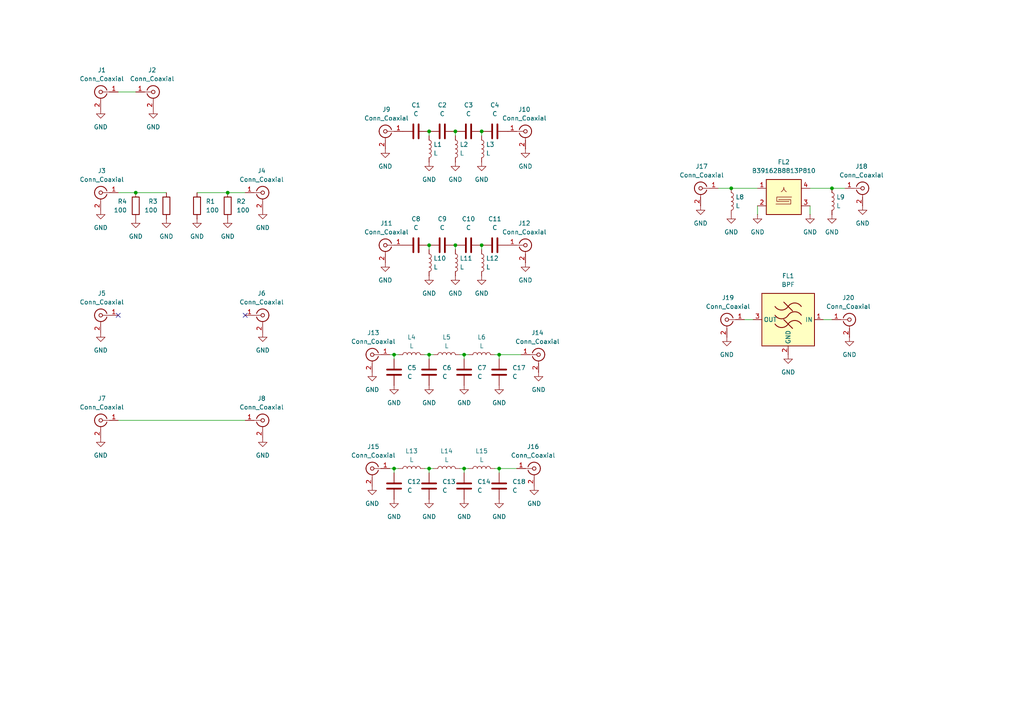
<source format=kicad_sch>
(kicad_sch (version 20231120) (generator "eeschema") (generator_version "8.0")
  (paper "A4")
  (title_block (title "${TITLE}") (date "${DATE}") (rev "${VERSION}") (company "${COPYRIGHT}") (comment 1 "${LICENSE}"))
  (lib_symbols
    (symbol "Connector:Conn_Coaxial" (pin_names (offset 1.016) hide)
      (property "Reference" "J" (at 0.254 3.048 0))
      (property "Value" "Conn_Coaxial" (at 2.921 0 90))
      (symbol "Conn_Coaxial_0_1"
        (arc (start -1.778 -0.508) (mid 0.2311 -1.8066) (end 1.778 0) (stroke (width 0.254)))
        (polyline (pts (xy -2.54 0) (xy -0.508 0)))
        (polyline (pts (xy 0 -2.54) (xy 0 -1.778)))
        (circle (center 0 0) (radius 0.508) (stroke (width 0.2032)))
        (arc (start 1.778 0) (mid 0.2099 1.8101) (end -1.778 0.508) (stroke (width 0.254)))
      )
      (symbol "Conn_Coaxial_1_1"
        (pin passive line (at -5.08 0 0) (length 2.54) (name "In") (number "1"))
        (pin passive line (at 0 -5.08 90) (length 2.54) (name "Ext") (number "2"))
      )
    )
    (symbol "Device:C" (pin_numbers hide) (pin_names (offset 0.254))
      (property "Reference" "C" (at 0.635 2.54 0))
      (property "Value" "C" (at 0.635 -2.54 0))
      (symbol "C_0_1"
        (polyline (pts (xy -2.032 -0.762) (xy 2.032 -0.762)) (stroke (width 0.508)))
        (polyline (pts (xy -2.032 0.762) (xy 2.032 0.762)) (stroke (width 0.508)))
      )
      (symbol "C_1_1"
        (pin passive line (at 0 3.81 270) (length 2.794) (name "~") (number "1"))
        (pin passive line (at 0 -3.81 90) (length 2.794) (name "~") (number "2"))
      )
    )
    (symbol "Device:L" (pin_numbers hide) (pin_names (offset 1.016) hide)
      (property "Reference" "L" (at -1.27 0 90))
      (property "Value" "L" (at 1.905 0 90))
      (symbol "L_0_1"
        (arc (start 0 -2.54) (mid 0.6323 -1.905) (end 0 -1.27))
        (arc (start 0 -1.27) (mid 0.6323 -0.635) (end 0 0))
        (arc (start 0 0) (mid 0.6323 0.635) (end 0 1.27))
        (arc (start 0 1.27) (mid 0.6323 1.905) (end 0 2.54))
      )
      (symbol "L_1_1"
        (pin passive line (at 0 3.81 270) (length 1.27) (name "1") (number "1"))
        (pin passive line (at 0 -3.81 90) (length 1.27) (name "2") (number "2"))
      )
    )
    (symbol "Device:R" (pin_numbers hide) (pin_names (offset 0))
      (property "Reference" "R" (at 2.032 0 90))
      (property "Value" "R" (at 0 0 90))
      (symbol "R_0_1"
        (rectangle (start -1.016 -2.54) (end 1.016 2.54) (stroke (width 0.254)))
      )
      (symbol "R_1_1"
        (pin passive line (at 0 3.81 270) (length 1.27) (name "~") (number "1"))
        (pin passive line (at 0 -3.81 90) (length 1.27) (name "~") (number "2"))
      )
    )
    (symbol "Filter:B39162B8813P810" (pin_names (offset 1.016))
      (property "Reference" "FL" (at 2.54 -6.35 0))
      (property "Value" "B39162B8813P810" (at 0 6.35 0))
      (symbol "B39162B8813P810_0_1"
        (rectangle (start -5.08 5.08) (end 5.08 -5.08) (stroke (width 0.254)) (fill (type background)))
        (arc (start -0.762 1.524) (mid -0.1988 2.0511) (end 0 2.794))
        (polyline (pts (xy -1.524 -0.762) (xy -1.27 -0.762)))
        (polyline (pts (xy 1.524 -1.27) (xy -1.524 -1.27)))
        (polyline (pts (xy 1.524 -0.762) (xy -1.27 -0.762)))
        (polyline (pts (xy -1.524 -1.27) (xy -2.032 -1.27) (xy -2.032 0) (xy 2.286 0)))
        (polyline (pts (xy 1.524 -0.762) (xy 2.032 -0.762) (xy 2.032 -2.032) (xy -2.286 -2.032)))
        (arc (start 0 2.794) (mid 0.2065 2.0558) (end 0.762 1.524))
      )
      (symbol "B39162B8813P810_1_1"
        (pin passive line (at -7.62 2.54 0) (length 2.54) (name "~") (number "1"))
        (pin passive line (at -7.62 -2.54 0) (length 2.54) (name "~") (number "2"))
        (pin passive line (at 7.62 -2.54 180) (length 2.54) (name "~") (number "3"))
        (pin passive line (at 7.62 2.54 180) (length 2.54) (name "~") (number "4"))
        (pin passive line (at -7.62 -2.54 0) (length 2.54) hide (name "~") (number "5"))
      )
    )
    (symbol "RF_Filter:BFCN-1445"
      (property "Reference" "FL" (at 0 10.795 0))
      (property "Value" "BFCN-1445" (at 0 8.89 0))
      (symbol "BFCN-1445_0_1"
        (rectangle (start -7.62 7.62) (end 7.62 -7.62) (stroke (width 0.254)) (fill (type background)))
        (arc (start 0 -1.27) (mid -1.905 -0.2505) (end -3.81 -1.27) (stroke (width 0.254)))
        (arc (start 0 -1.27) (mid 1.905 -2.2895) (end 3.81 -1.27) (stroke (width 0.254)))
        (polyline (pts (xy -1.27 -2.54) (xy 1.27 0)) (stroke (width 0.254)))
        (polyline (pts (xy -1.27 2.54) (xy 1.27 5.08)) (stroke (width 0.254)))
        (arc (start 0 1.27) (mid -1.905 2.2895) (end -3.81 1.27) (stroke (width 0.254)))
        (arc (start 0 1.27) (mid 1.905 0.2505) (end 3.81 1.27) (stroke (width 0.254)))
        (arc (start 0 3.81) (mid -1.905 4.8295) (end -3.81 3.81) (stroke (width 0.254)))
        (arc (start 0 3.81) (mid 1.905 2.7905) (end 3.81 3.81) (stroke (width 0.254)))
      )
      (symbol "BFCN-1445_1_1"
        (pin passive line (at -10.16 0 0) (length 2.54) (name "IN") (number "1"))
        (pin passive line (at 0 -10.16 90) (length 2.54) (name "GND") (number "2"))
        (pin passive line (at 10.16 0 180) (length 2.54) (name "OUT") (number "3"))
        (pin passive line (at 0 -10.16 90) (length 2.54) hide (name "GND") (number "4"))
      )
    )
    (symbol "power:GND" (power) (pin_numbers hide) (pin_names (offset 0) hide)
      (property "Value" "GND" (at 0 -3.81 0))
      (symbol "GND_0_1"
        (polyline (pts (xy 0 0) (xy 0 -1.27) (xy 1.27 -1.27) (xy 0 -2.54) (xy -1.27 -1.27) (xy 0 -1.27)))
      )
      (symbol "GND_1_1"
        (pin power_in line (at 0 0 270) (length 0) (name "~") (number "1"))
      )
    )
  )
  (junction (at 124.46 135.89))
  (junction (at 144.78 102.87))
  (junction (at 139.7 38.1))
  (junction (at 66.04 55.88))
  (junction (at 124.46 102.87))
  (junction (at 134.62 102.87))
  (junction (at 124.46 71.12))
  (junction (at 139.7 71.12))
  (junction (at 39.37 55.88))
  (junction (at 114.3 102.87))
  (junction (at 132.08 38.1))
  (junction (at 212.09 54.61))
  (junction (at 124.46 38.1))
  (junction (at 132.08 71.12))
  (junction (at 134.62 135.89))
  (junction (at 144.78 135.89))
  (junction (at 114.3 135.89))
  (junction (at 241.3 54.61))
  (no_connect (at 34.29 91.44))
  (no_connect (at 71.12 91.44))
  (wire (pts (xy 238.76 92.71) (xy 241.3 92.71)))
  (wire (pts (xy 215.9 92.71) (xy 218.44 92.71)))
  (wire (pts (xy 132.08 39.37) (xy 132.08 38.1)))
  (wire (pts (xy 134.62 135.89) (xy 133.35 135.89)))
  (wire (pts (xy 123.19 102.87) (xy 124.46 102.87)))
  (wire (pts (xy 135.89 135.89) (xy 134.62 135.89)))
  (wire (pts (xy 134.62 137.16) (xy 134.62 135.89)))
  (wire (pts (xy 151.13 102.87) (xy 144.78 102.87)))
  (wire (pts (xy 113.03 135.89) (xy 114.3 135.89)))
  (wire (pts (xy 134.62 104.14) (xy 134.62 102.87)))
  (wire (pts (xy 212.09 54.61) (xy 219.71 54.61)))
  (wire (pts (xy 149.86 135.89) (xy 144.78 135.89)))
  (wire (pts (xy 241.3 54.61) (xy 245.11 54.61)))
  (wire (pts (xy 113.03 102.87) (xy 114.3 102.87)))
  (wire (pts (xy 114.3 102.87) (xy 114.3 104.14)))
  (wire (pts (xy 132.08 72.39) (xy 132.08 71.12)))
  (wire (pts (xy 134.62 102.87) (xy 133.35 102.87)))
  (wire (pts (xy 39.37 55.88) (xy 34.29 55.88)))
  (wire (pts (xy 123.19 135.89) (xy 124.46 135.89)))
  (wire (pts (xy 48.26 55.88) (xy 39.37 55.88)))
  (wire (pts (xy 57.15 55.88) (xy 66.04 55.88)))
  (wire (pts (xy 124.46 104.14) (xy 124.46 102.87)))
  (wire (pts (xy 34.29 121.92) (xy 71.12 121.92)))
  (wire (pts (xy 219.71 59.69) (xy 219.71 62.23)))
  (wire (pts (xy 66.04 55.88) (xy 71.12 55.88)))
  (wire (pts (xy 208.28 54.61) (xy 212.09 54.61)))
  (wire (pts (xy 125.73 102.87) (xy 124.46 102.87)))
  (wire (pts (xy 114.3 102.87) (xy 115.57 102.87)))
  (wire (pts (xy 144.78 102.87) (xy 143.51 102.87)))
  (wire (pts (xy 234.95 54.61) (xy 241.3 54.61)))
  (wire (pts (xy 144.78 137.16) (xy 144.78 135.89)))
  (wire (pts (xy 125.73 135.89) (xy 124.46 135.89)))
  (wire (pts (xy 34.29 26.67) (xy 39.37 26.67)))
  (wire (pts (xy 135.89 102.87) (xy 134.62 102.87)))
  (wire (pts (xy 114.3 135.89) (xy 115.57 135.89)))
  (wire (pts (xy 139.7 39.37) (xy 139.7 38.1)))
  (wire (pts (xy 124.46 39.37) (xy 124.46 38.1)))
  (wire (pts (xy 114.3 135.89) (xy 114.3 137.16)))
  (wire (pts (xy 124.46 72.39) (xy 124.46 71.12)))
  (wire (pts (xy 124.46 137.16) (xy 124.46 135.89)))
  (wire (pts (xy 234.95 59.69) (xy 234.95 62.23)))
  (wire (pts (xy 144.78 135.89) (xy 143.51 135.89)))
  (wire (pts (xy 139.7 72.39) (xy 139.7 71.12)))
  (wire (pts (xy 144.78 104.14) (xy 144.78 102.87)))
  (symbol (lib_id "Connector:Conn_Coaxial") (at 29.21 121.92 0) (mirror y) (unit 1)
    (property "Reference" "J7" (at 29.5274 115.57 0))
    (property "Value" "Conn_Coaxial" (at 29.5274 118.11 0))
    (property "Footprint" "sma-variants:Linx_SMA_CONSMA003.062" (effects (hide yes)))
    (property "Description" "coaxial connector (BNC, SMA, SMB, SMC, Cinch/RCA, LEMO, ...)" (effects (hide yes)))
  )
  (symbol (lib_id "Connector:Conn_Coaxial") (at 203.2 54.61 0) (mirror y) (unit 1)
    (property "Reference" "J17" (at 203.5174 48.26 0))
    (property "Value" "Conn_Coaxial" (at 203.5174 50.8 0))
    (property "Footprint" "sma-variants:Linx_SMA_CONSMA003.062" (effects (hide yes)))
    (property "Description" "coaxial connector (BNC, SMA, SMB, SMC, Cinch/RCA, LEMO, ...)" (effects (hide yes)))
  )
  (symbol (lib_id "Connector:Conn_Coaxial") (at 154.94 135.89 0) (unit 1)
    (property "Reference" "J16" (at 154.6226 129.54 0))
    (property "Value" "Conn_Coaxial" (at 154.6226 132.08 0))
    (property "Footprint" "sma-variants:Linx_SMA_CONSMA003.062" (effects (hide yes)))
    (property "Description" "coaxial connector (BNC, SMA, SMB, SMC, Cinch/RCA, LEMO, ...)" (effects (hide yes)))
  )
  (symbol (lib_id "power:GND") (at 152.4 43.18 0) (unit 1)
    (property "Reference" "#PWR013" (effects (hide yes)))
    (property "Value" "GND" (at 152.4 48.26 0))
    (property "Description" "Power symbol creates a global label with name \"GND\" , ground" (effects (hide yes)))
  )
  (symbol (lib_id "Connector:Conn_Coaxial") (at 156.21 102.87 0) (unit 1)
    (property "Reference" "J14" (at 155.8926 96.52 0))
    (property "Value" "Conn_Coaxial" (at 155.8926 99.06 0))
    (property "Footprint" "sma-variants:Linx_SMA_CONSMA003.062" (effects (hide yes)))
    (property "Description" "coaxial connector (BNC, SMA, SMB, SMC, Cinch/RCA, LEMO, ...)" (effects (hide yes)))
  )
  (symbol (lib_id "power:GND") (at 203.2 59.69 0) (unit 1)
    (property "Reference" "#PWR11" (effects (hide yes)))
    (property "Value" "GND" (at 203.2 64.77 0))
    (property "Description" "Power symbol creates a global label with name \"GND\" , ground" (effects (hide yes)))
  )
  (symbol (lib_id "power:GND") (at 39.37 63.5 0) (mirror y) (unit 1)
    (property "Reference" "#PWR39" (effects (hide yes)))
    (property "Value" "GND" (at 39.37 68.58 0))
    (property "Description" "Power symbol creates a global label with name \"GND\" , ground" (effects (hide yes)))
  )
  (symbol (lib_id "power:GND") (at 29.21 31.75 0) (unit 1)
    (property "Reference" "#PWR022" (effects (hide yes)))
    (property "Value" "GND" (at 29.21 36.83 0))
    (property "Description" "Power symbol creates a global label with name \"GND\" , ground" (effects (hide yes)))
  )
  (symbol (lib_id "power:GND") (at 250.19 59.69 0) (unit 1)
    (property "Reference" "#PWR12" (effects (hide yes)))
    (property "Value" "GND" (at 250.19 64.77 0))
    (property "Description" "Power symbol creates a global label with name \"GND\" , ground" (effects (hide yes)))
  )
  (symbol (lib_id "power:GND") (at 111.76 43.18 0) (unit 1)
    (property "Reference" "#PWR014" (effects (hide yes)))
    (property "Value" "GND" (at 111.76 48.26 0))
    (property "Description" "Power symbol creates a global label with name \"GND\" , ground" (effects (hide yes)))
  )
  (symbol (lib_id "RF_Filter:BFCN-1445") (at 228.6 92.71 0) (mirror y) (unit 1)
    (property "Reference" "FL1" (at 228.6 80.01 0))
    (property "Value" "BPF" (at 228.6 82.55 0))
    (property "Footprint" "eval:Filter_Pulse_BPF1608LM09R5000A" (effects (hide yes)))
    (property "Datasheet" "https://productfinder.pulseelectronics.com/api/open/part-attachments/datasheet/BPF1608LM02R2400A" (effects (hide yes)))
    (property "Description" "RF FILTER BAND PASS 2.45GHZ 0603" (effects (hide yes)))
    (property "Manufacturer" "Pulse Electronics" (effects (hide yes)))
    (property "Part Number" "BPF1608LM02R2400A" (effects (hide yes)))
  )
  (symbol (lib_id "Device:L") (at 139.7 43.18 0) (unit 1)
    (property "Reference" "L3" (at 140.97 41.9099 0) (effects (justify left)))
    (property "Value" "L" (at 140.97 44.4499 0) (effects (justify left)))
    (property "Footprint" "Inductor_SMD:L_0201_0603Metric" (effects (hide yes)))
    (property "Description" "Inductor" (effects (hide yes)))
  )
  (symbol (lib_id "power:GND") (at 132.08 80.01 0) (unit 1)
    (property "Reference" "#PWR30" (effects (hide yes)))
    (property "Value" "GND" (at 132.08 85.09 0))
    (property "Description" "Power symbol creates a global label with name \"GND\" , ground" (effects (hide yes)))
  )
  (symbol (lib_id "power:GND") (at 144.78 111.76 0) (unit 1)
    (property "Reference" "#PWR42" (effects (hide yes)))
    (property "Value" "GND" (at 144.78 116.84 0))
    (property "Description" "Power symbol creates a global label with name \"GND\" , ground" (effects (hide yes)))
  )
  (symbol (lib_id "Device:C") (at 120.65 71.12 90) (unit 1)
    (property "Reference" "C8" (at 120.65 63.5 90))
    (property "Value" "C" (at 120.65 66.04 90))
    (property "Footprint" "Capacitor_SMD:C_0201_0603Metric" (effects (hide yes)))
    (property "Description" "Unpolarized capacitor" (effects (hide yes)))
  )
  (symbol (lib_id "Device:C") (at 143.51 71.12 90) (unit 1)
    (property "Reference" "C11" (at 143.51 63.5 90))
    (property "Value" "C" (at 143.51 66.04 90))
    (property "Footprint" "Capacitor_SMD:C_0201_0603Metric" (effects (hide yes)))
    (property "Description" "Unpolarized capacitor" (effects (hide yes)))
  )
  (symbol (lib_id "power:GND") (at 219.71 62.23 0) (unit 1)
    (property "Reference" "#PWR24" (effects (hide yes)))
    (property "Value" "GND" (at 219.71 67.31 0))
    (property "Description" "Power symbol creates a global label with name \"GND\" , ground" (effects (hide yes)))
  )
  (symbol (lib_id "power:GND") (at 124.46 80.01 0) (unit 1)
    (property "Reference" "#PWR29" (effects (hide yes)))
    (property "Value" "GND" (at 124.46 85.09 0))
    (property "Description" "Power symbol creates a global label with name \"GND\" , ground" (effects (hide yes)))
  )
  (symbol (lib_id "Device:C") (at 134.62 140.97 180) (unit 1)
    (property "Reference" "C14" (at 138.43 139.6999 0) (effects (justify right)))
    (property "Value" "C" (at 138.43 142.2399 0) (effects (justify right)))
    (property "Footprint" "Capacitor_SMD:C_0201_0603Metric" (effects (hide yes)))
    (property "Description" "Unpolarized capacitor" (effects (hide yes)))
  )
  (symbol (lib_id "Device:L") (at 129.54 135.89 90) (unit 1)
    (property "Reference" "L14" (at 129.54 130.81 90))
    (property "Value" "L" (at 129.54 133.35 90))
    (property "Footprint" "Inductor_SMD:L_0201_0603Metric" (effects (hide yes)))
    (property "Description" "Inductor" (effects (hide yes)))
  )
  (symbol (lib_id "power:GND") (at 76.2 60.96 0) (unit 1)
    (property "Reference" "#PWR8" (effects (hide yes)))
    (property "Value" "GND" (at 76.2 66.04 0))
    (property "Description" "Power symbol creates a global label with name \"GND\" , ground" (effects (hide yes)))
  )
  (symbol (lib_id "Connector:Conn_Coaxial") (at 29.21 55.88 0) (mirror y) (unit 1)
    (property "Reference" "J3" (at 29.5274 49.53 0))
    (property "Value" "Conn_Coaxial" (at 29.5274 52.07 0))
    (property "Footprint" "sma-variants:Linx_SMA_CONSMA003.062" (effects (hide yes)))
    (property "Description" "coaxial connector (BNC, SMA, SMB, SMC, Cinch/RCA, LEMO, ...)" (effects (hide yes)))
  )
  (symbol (lib_id "Device:L") (at 241.3 58.42 0) (unit 1)
    (property "Reference" "L9" (at 242.57 57.1499 0) (effects (justify left)))
    (property "Value" "L" (at 242.57 59.6899 0) (effects (justify left)))
    (property "Footprint" "Inductor_SMD:L_0201_0603Metric" (effects (hide yes)))
    (property "Description" "Inductor" (effects (hide yes)))
  )
  (symbol (lib_id "Device:C") (at 134.62 107.95 180) (unit 1)
    (property "Reference" "C7" (at 138.43 106.6799 0) (effects (justify right)))
    (property "Value" "C" (at 138.43 109.2199 0) (effects (justify right)))
    (property "Footprint" "Capacitor_SMD:C_0201_0603Metric" (effects (hide yes)))
    (property "Description" "Unpolarized capacitor" (effects (hide yes)))
  )
  (symbol (lib_id "power:GND") (at 152.4 76.2 0) (unit 1)
    (property "Reference" "#PWR32" (effects (hide yes)))
    (property "Value" "GND" (at 152.4 81.28 0))
    (property "Description" "Power symbol creates a global label with name \"GND\" , ground" (effects (hide yes)))
  )
  (symbol (lib_id "Connector:Conn_Coaxial") (at 152.4 38.1 0) (unit 1)
    (property "Reference" "J10" (at 152.0826 31.75 0))
    (property "Value" "Conn_Coaxial" (at 152.0826 34.29 0))
    (property "Footprint" "sma-variants:Linx_SMA_CONSMA003.062" (effects (hide yes)))
    (property "Description" "coaxial connector (BNC, SMA, SMB, SMC, Cinch/RCA, LEMO, ...)" (effects (hide yes)))
  )
  (symbol (lib_id "Device:L") (at 132.08 76.2 0) (unit 1)
    (property "Reference" "L11" (at 133.35 74.9299 0) (effects (justify left)))
    (property "Value" "L" (at 133.35 77.4699 0) (effects (justify left)))
    (property "Footprint" "Inductor_SMD:L_0201_0603Metric" (effects (hide yes)))
    (property "Description" "Inductor" (effects (hide yes)))
  )
  (symbol (lib_id "power:GND") (at 111.76 76.2 0) (unit 1)
    (property "Reference" "#PWR28" (effects (hide yes)))
    (property "Value" "GND" (at 111.76 81.28 0))
    (property "Description" "Power symbol creates a global label with name \"GND\" , ground" (effects (hide yes)))
  )
  (symbol (lib_id "Device:C") (at 128.27 38.1 90) (unit 1)
    (property "Reference" "C2" (at 128.27 30.48 90))
    (property "Value" "C" (at 128.27 33.02 90))
    (property "Footprint" "Capacitor_SMD:C_0201_0603Metric" (effects (hide yes)))
    (property "Description" "Unpolarized capacitor" (effects (hide yes)))
  )
  (symbol (lib_id "Device:R") (at 48.26 59.69 0) (mirror y) (unit 1)
    (property "Reference" "R3" (at 45.72 58.4199 0) (effects (justify left)))
    (property "Value" "100" (at 45.72 60.9599 0) (effects (justify left)))
    (property "Footprint" "Resistor_SMD:R_0201_0603Metric" (effects (hide yes)))
    (property "Description" "Resistor" (effects (hide yes)))
  )
  (symbol (lib_id "Connector:Conn_Coaxial") (at 246.38 92.71 0) (unit 1)
    (property "Reference" "J20" (at 246.0626 86.36 0))
    (property "Value" "Conn_Coaxial" (at 246.0626 88.9 0))
    (property "Footprint" "sma-variants:Linx_SMA_CONSMA003.062" (effects (hide yes)))
    (property "Description" "coaxial connector (BNC, SMA, SMB, SMC, Cinch/RCA, LEMO, ...)" (effects (hide yes)))
  )
  (symbol (lib_id "power:GND") (at 156.21 107.95 0) (unit 1)
    (property "Reference" "#PWR021" (effects (hide yes)))
    (property "Value" "GND" (at 156.21 113.03 0))
    (property "Description" "Power symbol creates a global label with name \"GND\" , ground" (effects (hide yes)))
  )
  (symbol (lib_id "power:GND") (at 139.7 46.99 0) (unit 1)
    (property "Reference" "#PWR03" (effects (hide yes)))
    (property "Value" "GND" (at 139.7 52.07 0))
    (property "Description" "Power symbol creates a global label with name \"GND\" , ground" (effects (hide yes)))
  )
  (symbol (lib_id "Device:R") (at 39.37 59.69 0) (mirror y) (unit 1)
    (property "Reference" "R4" (at 36.83 58.4199 0) (effects (justify left)))
    (property "Value" "100" (at 36.83 60.9599 0) (effects (justify left)))
    (property "Footprint" "Resistor_SMD:R_0201_0603Metric" (effects (hide yes)))
    (property "Description" "Resistor" (effects (hide yes)))
  )
  (symbol (lib_id "power:GND") (at 134.62 111.76 0) (unit 1)
    (property "Reference" "#PWR019" (effects (hide yes)))
    (property "Value" "GND" (at 134.62 116.84 0))
    (property "Description" "Power symbol creates a global label with name \"GND\" , ground" (effects (hide yes)))
  )
  (symbol (lib_id "power:GND") (at 66.04 63.5 0) (unit 1)
    (property "Reference" "#PWR27" (effects (hide yes)))
    (property "Value" "GND" (at 66.04 68.58 0))
    (property "Description" "Power symbol creates a global label with name \"GND\" , ground" (effects (hide yes)))
  )
  (symbol (lib_id "Connector:Conn_Coaxial") (at 107.95 135.89 0) (mirror y) (unit 1)
    (property "Reference" "J15" (at 108.2674 129.54 0))
    (property "Value" "Conn_Coaxial" (at 108.2674 132.08 0))
    (property "Footprint" "sma-variants:Linx_SMA_CONSMA003.062" (effects (hide yes)))
    (property "Description" "coaxial connector (BNC, SMA, SMB, SMC, Cinch/RCA, LEMO, ...)" (effects (hide yes)))
  )
  (symbol (lib_id "power:GND") (at 212.09 62.23 0) (unit 1)
    (property "Reference" "#PWR20" (effects (hide yes)))
    (property "Value" "GND" (at 212.09 67.31 0))
    (property "Description" "Power symbol creates a global label with name \"GND\" , ground" (effects (hide yes)))
  )
  (symbol (lib_id "Device:C") (at 135.89 38.1 90) (unit 1)
    (property "Reference" "C3" (at 135.89 30.48 90))
    (property "Value" "C" (at 135.89 33.02 90))
    (property "Footprint" "Capacitor_SMD:C_0201_0603Metric" (effects (hide yes)))
    (property "Description" "Unpolarized capacitor" (effects (hide yes)))
  )
  (symbol (lib_id "power:GND") (at 76.2 96.52 0) (mirror y) (unit 1)
    (property "Reference" "#PWR41" (effects (hide yes)))
    (property "Value" "GND" (at 76.2 101.6 0))
    (property "Description" "Power symbol creates a global label with name \"GND\" , ground" (effects (hide yes)))
  )
  (symbol (lib_id "Device:C") (at 143.51 38.1 90) (unit 1)
    (property "Reference" "C4" (at 143.51 30.48 90))
    (property "Value" "C" (at 143.51 33.02 90))
    (property "Footprint" "Capacitor_SMD:C_0201_0603Metric" (effects (hide yes)))
    (property "Description" "Unpolarized capacitor" (effects (hide yes)))
  )
  (symbol (lib_id "Connector:Conn_Coaxial") (at 111.76 38.1 0) (mirror y) (unit 1)
    (property "Reference" "J9" (at 112.0774 31.75 0))
    (property "Value" "Conn_Coaxial" (at 112.0774 34.29 0))
    (property "Footprint" "sma-variants:Linx_SMA_CONSMA003.062" (effects (hide yes)))
    (property "Description" "coaxial connector (BNC, SMA, SMB, SMC, Cinch/RCA, LEMO, ...)" (effects (hide yes)))
  )
  (symbol (lib_id "power:GND") (at 234.95 62.23 0) (unit 1)
    (property "Reference" "#PWR25" (effects (hide yes)))
    (property "Value" "GND" (at 234.95 67.31 0))
    (property "Description" "Power symbol creates a global label with name \"GND\" , ground" (effects (hide yes)))
  )
  (symbol (lib_id "power:GND") (at 114.3 144.78 0) (unit 1)
    (property "Reference" "#PWR34" (effects (hide yes)))
    (property "Value" "GND" (at 114.3 149.86 0))
    (property "Description" "Power symbol creates a global label with name \"GND\" , ground" (effects (hide yes)))
  )
  (symbol (lib_id "Device:R") (at 57.15 59.69 0) (unit 1)
    (property "Reference" "R1" (at 59.69 58.4199 0) (effects (justify left)))
    (property "Value" "100" (at 59.69 60.9599 0) (effects (justify left)))
    (property "Footprint" "Resistor_SMD:R_0201_0603Metric" (effects (hide yes)))
    (property "Description" "Resistor" (effects (hide yes)))
  )
  (symbol (lib_id "power:GND") (at 107.95 107.95 0) (unit 1)
    (property "Reference" "#PWR015" (effects (hide yes)))
    (property "Value" "GND" (at 107.95 113.03 0))
    (property "Description" "Power symbol creates a global label with name \"GND\" , ground" (effects (hide yes)))
  )
  (symbol (lib_id "Device:C") (at 120.65 38.1 90) (unit 1)
    (property "Reference" "C1" (at 120.65 30.48 90))
    (property "Value" "C" (at 120.65 33.02 90))
    (property "Footprint" "Capacitor_SMD:C_0201_0603Metric" (effects (hide yes)))
    (property "Description" "Unpolarized capacitor" (effects (hide yes)))
  )
  (symbol (lib_id "Device:C") (at 124.46 140.97 180) (unit 1)
    (property "Reference" "C13" (at 128.27 139.6999 0) (effects (justify right)))
    (property "Value" "C" (at 128.27 142.2399 0) (effects (justify right)))
    (property "Footprint" "Capacitor_SMD:C_0201_0603Metric" (effects (hide yes)))
    (property "Description" "Unpolarized capacitor" (effects (hide yes)))
  )
  (symbol (lib_id "Device:L") (at 124.46 43.18 0) (unit 1)
    (property "Reference" "L1" (at 125.73 41.9099 0) (effects (justify left)))
    (property "Value" "L" (at 125.73 44.4499 0) (effects (justify left)))
    (property "Footprint" "Inductor_SMD:L_0201_0603Metric" (effects (hide yes)))
    (property "Description" "Inductor" (effects (hide yes)))
  )
  (symbol (lib_id "Device:C") (at 128.27 71.12 90) (unit 1)
    (property "Reference" "C9" (at 128.27 63.5 90))
    (property "Value" "C" (at 128.27 66.04 90))
    (property "Footprint" "Capacitor_SMD:C_0201_0603Metric" (effects (hide yes)))
    (property "Description" "Unpolarized capacitor" (effects (hide yes)))
  )
  (symbol (lib_id "Device:L") (at 119.38 102.87 90) (unit 1)
    (property "Reference" "L4" (at 119.38 97.79 90))
    (property "Value" "L" (at 119.38 100.33 90))
    (property "Footprint" "Inductor_SMD:L_0201_0603Metric" (effects (hide yes)))
    (property "Description" "Inductor" (effects (hide yes)))
  )
  (symbol (lib_id "Connector:Conn_Coaxial") (at 107.95 102.87 0) (mirror y) (unit 1)
    (property "Reference" "J13" (at 108.2674 96.52 0))
    (property "Value" "Conn_Coaxial" (at 108.2674 99.06 0))
    (property "Footprint" "sma-variants:Linx_SMA_CONSMA003.062" (effects (hide yes)))
    (property "Description" "coaxial connector (BNC, SMA, SMB, SMC, Cinch/RCA, LEMO, ...)" (effects (hide yes)))
  )
  (symbol (lib_id "Connector:Conn_Coaxial") (at 44.45 26.67 0) (unit 1)
    (property "Reference" "J2" (at 44.1326 20.32 0))
    (property "Value" "Conn_Coaxial" (at 44.1326 22.86 0))
    (property "Footprint" "sma-variants:Linx_SMA_CONSMA003.062" (effects (hide yes)))
    (property "Description" "coaxial connector (BNC, SMA, SMB, SMC, Cinch/RCA, LEMO, ...)" (effects (hide yes)))
  )
  (symbol (lib_id "power:GND") (at 210.82 97.79 0) (unit 1)
    (property "Reference" "#PWR4" (effects (hide yes)))
    (property "Value" "GND" (at 210.82 102.87 0))
    (property "Description" "Power symbol creates a global label with name \"GND\" , ground" (effects (hide yes)))
  )
  (symbol (lib_id "Device:C") (at 144.78 107.95 180) (unit 1)
    (property "Reference" "C17" (at 148.59 106.6799 0) (effects (justify right)))
    (property "Value" "C" (at 148.59 109.2199 0) (effects (justify right)))
    (property "Footprint" "Capacitor_SMD:C_0201_0603Metric" (effects (hide yes)))
    (property "Description" "Unpolarized capacitor" (effects (hide yes)))
  )
  (symbol (lib_id "Device:C") (at 124.46 107.95 180) (unit 1)
    (property "Reference" "C6" (at 128.27 106.6799 0) (effects (justify right)))
    (property "Value" "C" (at 128.27 109.2199 0) (effects (justify right)))
    (property "Footprint" "Capacitor_SMD:C_0201_0603Metric" (effects (hide yes)))
    (property "Description" "Unpolarized capacitor" (effects (hide yes)))
  )
  (symbol (lib_id "Device:C") (at 114.3 107.95 180) (unit 1)
    (property "Reference" "C5" (at 118.11 106.6799 0) (effects (justify right)))
    (property "Value" "C" (at 118.11 109.2199 0) (effects (justify right)))
    (property "Footprint" "Capacitor_SMD:C_0201_0603Metric" (effects (hide yes)))
    (property "Description" "Unpolarized capacitor" (effects (hide yes)))
  )
  (symbol (lib_id "power:GND") (at 76.2 127 0) (unit 1)
    (property "Reference" "#PWR10" (effects (hide yes)))
    (property "Value" "GND" (at 76.2 132.08 0))
    (property "Description" "Power symbol creates a global label with name \"GND\" , ground" (effects (hide yes)))
  )
  (symbol (lib_id "power:GND") (at 29.21 60.96 0) (mirror y) (unit 1)
    (property "Reference" "#PWR40" (effects (hide yes)))
    (property "Value" "GND" (at 29.21 66.04 0))
    (property "Description" "Power symbol creates a global label with name \"GND\" , ground" (effects (hide yes)))
  )
  (symbol (lib_id "Device:L") (at 139.7 102.87 90) (unit 1)
    (property "Reference" "L6" (at 139.7 97.79 90))
    (property "Value" "L" (at 139.7 100.33 90))
    (property "Footprint" "Inductor_SMD:L_0201_0603Metric" (effects (hide yes)))
    (property "Description" "Inductor" (effects (hide yes)))
  )
  (symbol (lib_id "Filter:B39162B8813P810") (at 227.33 57.15 0) (unit 1)
    (property "Reference" "FL2" (at 227.33 46.99 0))
    (property "Value" "B39162B8813P810" (at 227.33 49.53 0))
    (property "Footprint" "Filter:Filter_1109-5_1.1x0.9mm" (effects (hide yes)))
    (property "Datasheet" "https://product.tdk.com/search-template/en/documents/data_sheet/40/ds/mc/B9482.pdf" (effects (hide yes)))
    (property "Description" "1582.47MHz SAW filter, SMD 1109" (effects (hide yes)))
  )
  (symbol (lib_id "Connector:Conn_Coaxial") (at 29.21 91.44 0) (mirror y) (unit 1)
    (property "Reference" "J5" (at 29.5274 85.09 0))
    (property "Value" "Conn_Coaxial" (at 29.5274 87.63 0))
    (property "Footprint" "sma-variants:Linx_SMA_CONSMA003.062" (effects (hide yes)))
    (property "Description" "coaxial connector (BNC, SMA, SMB, SMC, Cinch/RCA, LEMO, ...)" (effects (hide yes)))
  )
  (symbol (lib_id "Connector:Conn_Coaxial") (at 29.21 26.67 0) (mirror y) (unit 1)
    (property "Reference" "J1" (at 29.5274 20.32 0))
    (property "Value" "Conn_Coaxial" (at 29.5274 22.86 0))
    (property "Footprint" "sma-variants:Linx_SMA_CONSMA003.062" (effects (hide yes)))
    (property "Description" "coaxial connector (BNC, SMA, SMB, SMC, Cinch/RCA, LEMO, ...)" (effects (hide yes)))
  )
  (symbol (lib_id "power:GND") (at 228.6 102.87 0) (unit 1)
    (property "Reference" "#PWR6" (effects (hide yes)))
    (property "Value" "GND" (at 228.6 107.95 0))
    (property "Description" "Power symbol creates a global label with name \"GND\" , ground" (effects (hide yes)))
  )
  (symbol (lib_id "Device:L") (at 212.09 58.42 0) (unit 1)
    (property "Reference" "L8" (at 213.36 57.1499 0) (effects (justify left)))
    (property "Value" "L" (at 213.36 59.6899 0) (effects (justify left)))
    (property "Footprint" "Inductor_SMD:L_0201_0603Metric" (effects (hide yes)))
    (property "Description" "Inductor" (effects (hide yes)))
  )
  (symbol (lib_id "power:GND") (at 44.45 31.75 0) (unit 1)
    (property "Reference" "#PWR017" (effects (hide yes)))
    (property "Value" "GND" (at 44.45 36.83 0))
    (property "Description" "Power symbol creates a global label with name \"GND\" , ground" (effects (hide yes)))
  )
  (symbol (lib_id "Connector:Conn_Coaxial") (at 111.76 71.12 0) (mirror y) (unit 1)
    (property "Reference" "J11" (at 112.0774 64.77 0))
    (property "Value" "Conn_Coaxial" (at 112.0774 67.31 0))
    (property "Footprint" "sma-variants:Linx_SMA_CONSMA003.062" (effects (hide yes)))
    (property "Description" "coaxial connector (BNC, SMA, SMB, SMC, Cinch/RCA, LEMO, ...)" (effects (hide yes)))
  )
  (symbol (lib_id "power:GND") (at 246.38 97.79 0) (unit 1)
    (property "Reference" "#PWR5" (effects (hide yes)))
    (property "Value" "GND" (at 246.38 102.87 0))
    (property "Description" "Power symbol creates a global label with name \"GND\" , ground" (effects (hide yes)))
  )
  (symbol (lib_id "Device:L") (at 132.08 43.18 0) (unit 1)
    (property "Reference" "L2" (at 133.35 41.9099 0) (effects (justify left)))
    (property "Value" "L" (at 133.35 44.4499 0) (effects (justify left)))
    (property "Footprint" "Inductor_SMD:L_0201_0603Metric" (effects (hide yes)))
    (property "Description" "Inductor" (effects (hide yes)))
  )
  (symbol (lib_id "power:GND") (at 134.62 144.78 0) (unit 1)
    (property "Reference" "#PWR36" (effects (hide yes)))
    (property "Value" "GND" (at 134.62 149.86 0))
    (property "Description" "Power symbol creates a global label with name \"GND\" , ground" (effects (hide yes)))
  )
  (symbol (lib_id "Device:L") (at 119.38 135.89 90) (unit 1)
    (property "Reference" "L13" (at 119.38 130.81 90))
    (property "Value" "L" (at 119.38 133.35 90))
    (property "Footprint" "Inductor_SMD:L_0201_0603Metric" (effects (hide yes)))
    (property "Description" "Inductor" (effects (hide yes)))
  )
  (symbol (lib_id "Connector:Conn_Coaxial") (at 76.2 91.44 0) (unit 1)
    (property "Reference" "J6" (at 75.8826 85.09 0))
    (property "Value" "Conn_Coaxial" (at 75.8826 87.63 0))
    (property "Footprint" "sma-variants:Linx_SMA_CONSMA003.062" (effects (hide yes)))
    (property "Description" "coaxial connector (BNC, SMA, SMB, SMC, Cinch/RCA, LEMO, ...)" (effects (hide yes)))
  )
  (symbol (lib_id "power:GND") (at 144.78 144.78 0) (unit 1)
    (property "Reference" "#PWR43" (effects (hide yes)))
    (property "Value" "GND" (at 144.78 149.86 0))
    (property "Description" "Power symbol creates a global label with name \"GND\" , ground" (effects (hide yes)))
  )
  (symbol (lib_id "Connector:Conn_Coaxial") (at 250.19 54.61 0) (unit 1)
    (property "Reference" "J18" (at 249.8726 48.26 0))
    (property "Value" "Conn_Coaxial" (at 249.8726 50.8 0))
    (property "Footprint" "sma-variants:Linx_SMA_CONSMA003.062" (effects (hide yes)))
    (property "Description" "coaxial connector (BNC, SMA, SMB, SMC, Cinch/RCA, LEMO, ...)" (effects (hide yes)))
  )
  (symbol (lib_id "power:GND") (at 48.26 63.5 0) (mirror y) (unit 1)
    (property "Reference" "#PWR38" (effects (hide yes)))
    (property "Value" "GND" (at 48.26 68.58 0))
    (property "Description" "Power symbol creates a global label with name \"GND\" , ground" (effects (hide yes)))
  )
  (symbol (lib_id "Connector:Conn_Coaxial") (at 210.82 92.71 0) (mirror y) (unit 1)
    (property "Reference" "J19" (at 211.1374 86.36 0))
    (property "Value" "Conn_Coaxial" (at 211.1374 88.9 0))
    (property "Footprint" "sma-variants:Linx_SMA_CONSMA003.062" (effects (hide yes)))
    (property "Description" "coaxial connector (BNC, SMA, SMB, SMC, Cinch/RCA, LEMO, ...)" (effects (hide yes)))
  )
  (symbol (lib_id "power:GND") (at 107.95 140.97 0) (unit 1)
    (property "Reference" "#PWR33" (effects (hide yes)))
    (property "Value" "GND" (at 107.95 146.05 0))
    (property "Description" "Power symbol creates a global label with name \"GND\" , ground" (effects (hide yes)))
  )
  (symbol (lib_id "power:GND") (at 29.21 127 0) (unit 1)
    (property "Reference" "#PWR9" (effects (hide yes)))
    (property "Value" "GND" (at 29.21 132.08 0))
    (property "Description" "Power symbol creates a global label with name \"GND\" , ground" (effects (hide yes)))
  )
  (symbol (lib_id "power:GND") (at 154.94 140.97 0) (unit 1)
    (property "Reference" "#PWR37" (effects (hide yes)))
    (property "Value" "GND" (at 154.94 146.05 0))
    (property "Description" "Power symbol creates a global label with name \"GND\" , ground" (effects (hide yes)))
  )
  (symbol (lib_id "Device:C") (at 135.89 71.12 90) (unit 1)
    (property "Reference" "C10" (at 135.89 63.5 90))
    (property "Value" "C" (at 135.89 66.04 90))
    (property "Footprint" "Capacitor_SMD:C_0201_0603Metric" (effects (hide yes)))
    (property "Description" "Unpolarized capacitor" (effects (hide yes)))
  )
  (symbol (lib_id "power:GND") (at 124.46 144.78 0) (unit 1)
    (property "Reference" "#PWR35" (effects (hide yes)))
    (property "Value" "GND" (at 124.46 149.86 0))
    (property "Description" "Power symbol creates a global label with name \"GND\" , ground" (effects (hide yes)))
  )
  (symbol (lib_id "Device:C") (at 144.78 140.97 180) (unit 1)
    (property "Reference" "C18" (at 148.59 139.6999 0) (effects (justify right)))
    (property "Value" "C" (at 148.59 142.2399 0) (effects (justify right)))
    (property "Footprint" "Capacitor_SMD:C_0201_0603Metric" (effects (hide yes)))
    (property "Description" "Unpolarized capacitor" (effects (hide yes)))
  )
  (symbol (lib_id "power:GND") (at 114.3 111.76 0) (unit 1)
    (property "Reference" "#PWR016" (effects (hide yes)))
    (property "Value" "GND" (at 114.3 116.84 0))
    (property "Description" "Power symbol creates a global label with name \"GND\" , ground" (effects (hide yes)))
  )
  (symbol (lib_id "power:GND") (at 124.46 46.99 0) (unit 1)
    (property "Reference" "#PWR01" (effects (hide yes)))
    (property "Value" "GND" (at 124.46 52.07 0))
    (property "Description" "Power symbol creates a global label with name \"GND\" , ground" (effects (hide yes)))
  )
  (symbol (lib_id "power:GND") (at 139.7 80.01 0) (unit 1)
    (property "Reference" "#PWR31" (effects (hide yes)))
    (property "Value" "GND" (at 139.7 85.09 0))
    (property "Description" "Power symbol creates a global label with name \"GND\" , ground" (effects (hide yes)))
  )
  (symbol (lib_id "power:GND") (at 132.08 46.99 0) (unit 1)
    (property "Reference" "#PWR02" (effects (hide yes)))
    (property "Value" "GND" (at 132.08 52.07 0))
    (property "Description" "Power symbol creates a global label with name \"GND\" , ground" (effects (hide yes)))
  )
  (symbol (lib_id "Device:L") (at 139.7 135.89 90) (unit 1)
    (property "Reference" "L15" (at 139.7 130.81 90))
    (property "Value" "L" (at 139.7 133.35 90))
    (property "Footprint" "Inductor_SMD:L_0201_0603Metric" (effects (hide yes)))
    (property "Description" "Inductor" (effects (hide yes)))
  )
  (symbol (lib_id "Device:L") (at 139.7 76.2 0) (unit 1)
    (property "Reference" "L12" (at 140.97 74.9299 0) (effects (justify left)))
    (property "Value" "L" (at 140.97 77.4699 0) (effects (justify left)))
    (property "Footprint" "Inductor_SMD:L_0201_0603Metric" (effects (hide yes)))
    (property "Description" "Inductor" (effects (hide yes)))
  )
  (symbol (lib_id "power:GND") (at 29.21 96.52 0) (unit 1)
    (property "Reference" "#PWR7" (effects (hide yes)))
    (property "Value" "GND" (at 29.21 101.6 0))
    (property "Description" "Power symbol creates a global label with name \"GND\" , ground" (effects (hide yes)))
  )
  (symbol (lib_id "Connector:Conn_Coaxial") (at 76.2 55.88 0) (unit 1)
    (property "Reference" "J4" (at 75.8826 49.53 0))
    (property "Value" "Conn_Coaxial" (at 75.8826 52.07 0))
    (property "Footprint" "sma-variants:Linx_SMA_CONSMA003.062" (effects (hide yes)))
    (property "Description" "coaxial connector (BNC, SMA, SMB, SMC, Cinch/RCA, LEMO, ...)" (effects (hide yes)))
  )
  (symbol (lib_id "Device:L") (at 124.46 76.2 0) (unit 1)
    (property "Reference" "L10" (at 125.73 74.9299 0) (effects (justify left)))
    (property "Value" "L" (at 125.73 77.4699 0) (effects (justify left)))
    (property "Footprint" "Inductor_SMD:L_0201_0603Metric" (effects (hide yes)))
    (property "Description" "Inductor" (effects (hide yes)))
  )
  (symbol (lib_id "power:GND") (at 241.3 62.23 0) (unit 1)
    (property "Reference" "#PWR23" (effects (hide yes)))
    (property "Value" "GND" (at 241.3 67.31 0))
    (property "Description" "Power symbol creates a global label with name \"GND\" , ground" (effects (hide yes)))
  )
  (symbol (lib_id "Connector:Conn_Coaxial") (at 152.4 71.12 0) (unit 1)
    (property "Reference" "J12" (at 152.0826 64.77 0))
    (property "Value" "Conn_Coaxial" (at 152.0826 67.31 0))
    (property "Footprint" "sma-variants:Linx_SMA_CONSMA003.062" (effects (hide yes)))
    (property "Description" "coaxial connector (BNC, SMA, SMB, SMC, Cinch/RCA, LEMO, ...)" (effects (hide yes)))
  )
  (symbol (lib_id "Device:R") (at 66.04 59.69 0) (unit 1)
    (property "Reference" "R2" (at 68.58 58.4199 0) (effects (justify left)))
    (property "Value" "100" (at 68.58 60.9599 0) (effects (justify left)))
    (property "Footprint" "Resistor_SMD:R_0201_0603Metric" (effects (hide yes)))
    (property "Description" "Resistor" (effects (hide yes)))
  )
  (symbol (lib_id "Connector:Conn_Coaxial") (at 76.2 121.92 0) (unit 1)
    (property "Reference" "J8" (at 75.8826 115.57 0))
    (property "Value" "Conn_Coaxial" (at 75.8826 118.11 0))
    (property "Footprint" "sma-variants:Linx_SMA_CONSMA003.062" (effects (hide yes)))
    (property "Description" "coaxial connector (BNC, SMA, SMB, SMC, Cinch/RCA, LEMO, ...)" (effects (hide yes)))
  )
  (symbol (lib_id "Device:C") (at 114.3 140.97 180) (unit 1)
    (property "Reference" "C12" (at 118.11 139.6999 0) (effects (justify right)))
    (property "Value" "C" (at 118.11 142.2399 0) (effects (justify right)))
    (property "Footprint" "Capacitor_SMD:C_0201_0603Metric" (effects (hide yes)))
    (property "Description" "Unpolarized capacitor" (effects (hide yes)))
  )
  (symbol (lib_id "power:GND") (at 124.46 111.76 0) (unit 1)
    (property "Reference" "#PWR018" (effects (hide yes)))
    (property "Value" "GND" (at 124.46 116.84 0))
    (property "Description" "Power symbol creates a global label with name \"GND\" , ground" (effects (hide yes)))
  )
  (symbol (lib_id "power:GND") (at 57.15 63.5 0) (unit 1)
    (property "Reference" "#PWR26" (effects (hide yes)))
    (property "Value" "GND" (at 57.15 68.58 0))
    (property "Description" "Power symbol creates a global label with name \"GND\" , ground" (effects (hide yes)))
  )
  (symbol (lib_id "Device:L") (at 129.54 102.87 90) (unit 1)
    (property "Reference" "L5" (at 129.54 97.79 90))
    (property "Value" "L" (at 129.54 100.33 90))
    (property "Footprint" "Inductor_SMD:L_0201_0603Metric" (effects (hide yes)))
    (property "Description" "Inductor" (effects (hide yes)))
  )
)
</source>
